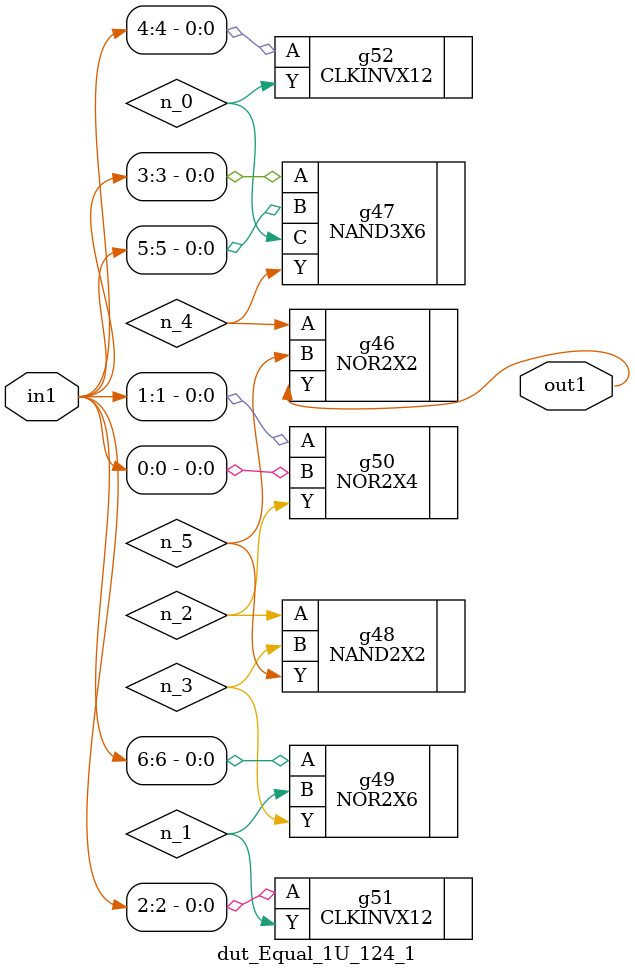
<source format=v>
`timescale 1ps / 1ps


module dut_Equal_1U_124_1(in1, out1);
  input [6:0] in1;
  output out1;
  wire [6:0] in1;
  wire out1;
  wire n_0, n_1, n_2, n_3, n_4, n_5;
  NOR2X2 g46(.A (n_4), .B (n_5), .Y (out1));
  NAND2X2 g48(.A (n_2), .B (n_3), .Y (n_5));
  NAND3X6 g47(.A (in1[3]), .B (in1[5]), .C (n_0), .Y (n_4));
  NOR2X6 g49(.A (in1[6]), .B (n_1), .Y (n_3));
  NOR2X4 g50(.A (in1[1]), .B (in1[0]), .Y (n_2));
  CLKINVX12 g51(.A (in1[2]), .Y (n_1));
  CLKINVX12 g52(.A (in1[4]), .Y (n_0));
endmodule



</source>
